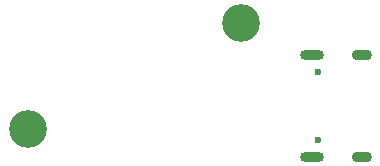
<source format=gbr>
%TF.GenerationSoftware,KiCad,Pcbnew,(5.99.0-8775-g06a515339c)*%
%TF.CreationDate,2021-02-12T20:04:27-05:00*%
%TF.ProjectId,dock,646f636b-2e6b-4696-9361-645f70636258,rev?*%
%TF.SameCoordinates,Original*%
%TF.FileFunction,Soldermask,Bot*%
%TF.FilePolarity,Negative*%
%FSLAX46Y46*%
G04 Gerber Fmt 4.6, Leading zero omitted, Abs format (unit mm)*
G04 Created by KiCad (PCBNEW (5.99.0-8775-g06a515339c)) date 2021-02-12 20:04:27*
%MOMM*%
%LPD*%
G01*
G04 APERTURE LIST*
%ADD10C,3.200000*%
%ADD11C,0.600000*%
%ADD12O,1.700000X0.900000*%
%ADD13O,2.000000X0.900000*%
G04 APERTURE END LIST*
D10*
%TO.C,REF\u002A\u002A*%
X15000000Y2000000D03*
%TD*%
%TO.C,REF\u002A\u002A*%
X-3000000Y-7000000D03*
%TD*%
D11*
%TO.C,J1*%
X21550000Y-7890000D03*
X21550000Y-2110000D03*
D12*
X25240000Y-680000D03*
X25240000Y-9320000D03*
D13*
X21070000Y-680000D03*
X21070000Y-9320000D03*
%TD*%
M02*

</source>
